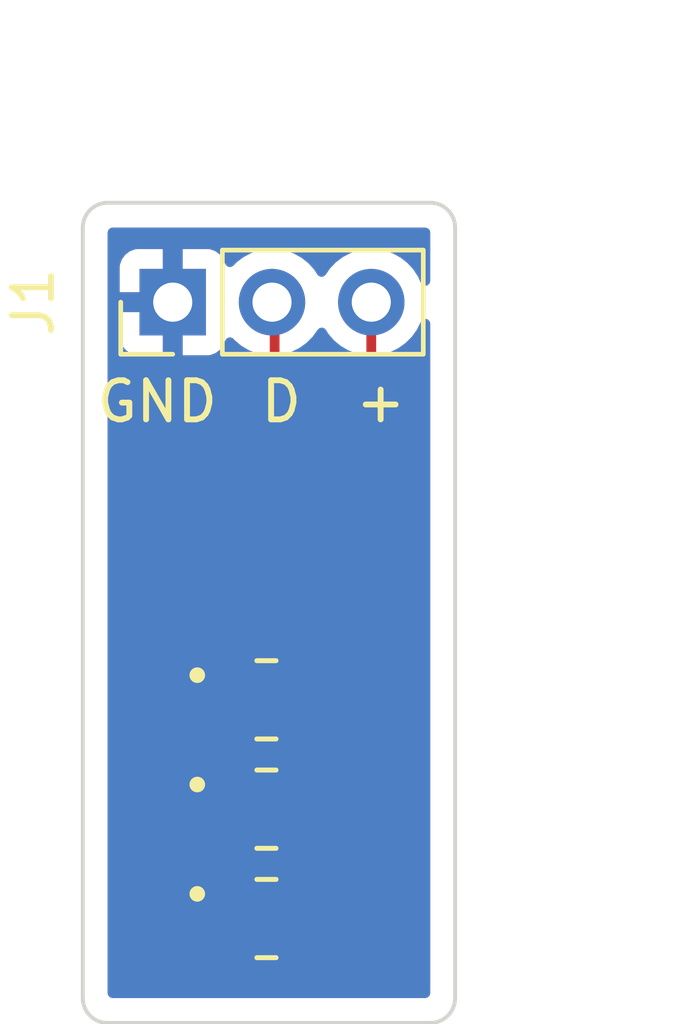
<source format=kicad_pcb>
(kicad_pcb (version 20211014) (generator pcbnew)
  (layers (0 "F.Cu" signal) (31 "B.Cu" signal) (34 "B.Paste" user) (35 "F.Paste" user) (36 "B.SilkS" user "B.Silkscreen") (37 "F.SilkS" user "F.Silkscreen") (38 "B.Mask" user) (39 "F.Mask" user) (44 "Edge.Cuts" user))
  (net 0 "")
  (net 1 "GND")
  (net 2 "Net-(J1-Pad2)")
  (net 3 "Net-(J1-Pad3)")
  (net 5 "Net-(U1-Pad3)")
  (net 6 "Net-(U2-Pad3)")
  (footprint "WS2812B:LED_WS2812B-2020" (layer "F.Cu") (at 147.574 95.25)
    (fp_text reference "U3" hide)
    (fp_text value "WS2812B-B-2020")
    (fp_line (start -0.245 1) (end 0.245 1) (layer "F.SilkS") (width 0.127))
    (fp_line (start -0.245 -1) (end 0.245 -1) (layer "F.SilkS") (width 0.127))
    (fp_circle (center -1.77 -0.63) (end -1.67 -0.63) (layer "F.SilkS") (width 0.2) (fill none))
    (pad "1" smd rect (at -0.915 -0.55) (size 0.7 0.7) (layers "F.Cu" "F.Paste" "F.Mask") (net 6 "Net-(U2-Pad3)"))
    (pad "2" smd rect (at -0.915 0.55) (size 0.7 0.7) (layers "F.Cu" "F.Paste" "F.Mask") (net 1 "GND"))
    (pad "3" smd rect (at 0.915 0.55) (size 0.7 0.7) (layers "F.Cu" "F.Paste" "F.Mask") (net 2 "Net-(J1-Pad2)"))
    (pad "4" smd rect (at 0.915 -0.55) (size 0.7 0.7) (layers "F.Cu" "F.Paste" "F.Mask") (net 3 "Net-(J1-Pad3)"))
  )
  (footprint "WS2812B:LED_WS2812B-2020" (layer "F.Cu") (at 147.574 100.838)
    (fp_text reference "U1" hide)
    (fp_text value "WS2812B-B-2020")
    (fp_line (start -0.245 -1) (end 0.245 -1) (layer "F.SilkS") (width 0.127))
    (fp_line (start -0.245 1) (end 0.245 1) (layer "F.SilkS") (width 0.127))
    (fp_circle (center -1.77 -0.63) (end -1.67 -0.63) (layer "F.SilkS") (width 0.2) (fill none))
    (pad "1" smd rect (at -0.915 -0.55) (size 0.7 0.7) (layers "F.Cu" "F.Paste" "F.Mask"))
    (pad "2" smd rect (at -0.915 0.55) (size 0.7 0.7) (layers "F.Cu" "F.Paste" "F.Mask") (net 1 "GND"))
    (pad "3" smd rect (at 0.915 0.55) (size 0.7 0.7) (layers "F.Cu" "F.Paste" "F.Mask") (net 5 "Net-(U1-Pad3)"))
    (pad "4" smd rect (at 0.915 -0.55) (size 0.7 0.7) (layers "F.Cu" "F.Paste" "F.Mask") (net 3 "Net-(J1-Pad3)"))
  )
  (footprint "Connector_PinHeader_2.54mm:PinHeader_1x03_P2.54mm_Vertical" (layer "F.Cu") (at 145.176 85.09 90)
    (fp_text reference "J1" (at 0 -3.571 90) (layer "F.SilkS"))
    (fp_text value "Conn_01x03_Female")
    (fp_line (start -1.33 1.27) (end -1.33 6.41) (layer "F.SilkS") (width 0.12))
    (fp_line (start -1.33 1.27) (end 1.33 1.27) (layer "F.SilkS") (width 0.12))
    (fp_line (start -1.33 6.41) (end 1.33 6.41) (layer "F.SilkS") (width 0.12))
    (fp_line (start -1.33 0) (end -1.33 -1.33) (layer "F.SilkS") (width 0.12))
    (fp_line (start 1.33 1.27) (end 1.33 6.41) (layer "F.SilkS") (width 0.12))
    (fp_line (start -1.33 -1.33) (end 0 -1.33) (layer "F.SilkS") (width 0.12))
    (pad "1" thru_hole rect (at 0 0 90) (size 1.7 1.7) (drill 1) (layers *.Cu *.Mask) (net 1 "GND"))
    (pad "2" thru_hole oval (at 0 2.54 90) (size 1.7 1.7) (drill 1) (layers *.Cu *.Mask) (net 2 "Net-(J1-Pad2)"))
    (pad "3" thru_hole oval (at 0 5.08 90) (size 1.7 1.7) (drill 1) (layers *.Cu *.Mask) (net 3 "Net-(J1-Pad3)"))
  )
  (footprint "WS2812B:LED_WS2812B-2020" (layer "F.Cu") (at 147.574 98.044)
    (fp_text reference "U2" hide)
    (fp_text value "WS2812B-B-2020")
    (fp_line (start -0.245 -1) (end 0.245 -1) (layer "F.SilkS") (width 0.127))
    (fp_line (start -0.245 1) (end 0.245 1) (layer "F.SilkS") (width 0.127))
    (fp_circle (center -1.77 -0.63) (end -1.67 -0.63) (layer "F.SilkS") (width 0.2) (fill none))
    (pad "1" smd rect (at -0.915 -0.55) (size 0.7 0.7) (layers "F.Cu" "F.Paste" "F.Mask") (net 5 "Net-(U1-Pad3)"))
    (pad "2" smd rect (at -0.915 0.55) (size 0.7 0.7) (layers "F.Cu" "F.Paste" "F.Mask") (net 1 "GND"))
    (pad "3" smd rect (at 0.915 0.55) (size 0.7 0.7) (layers "F.Cu" "F.Paste" "F.Mask") (net 6 "Net-(U2-Pad3)"))
    (pad "4" smd rect (at 0.915 -0.55) (size 0.7 0.7) (layers "F.Cu" "F.Paste" "F.Mask") (net 3 "Net-(J1-Pad3)"))
  )
  (gr_line (start 151.765 103.505) (end 143.51 103.505) (layer "Edge.Cuts") (width 0.1))
  (gr_line (start 143.51 82.55) (end 151.765 82.55) (layer "Edge.Cuts") (width 0.1))
  (gr_line (start 152.4 83.185) (end 152.4 102.87) (layer "Edge.Cuts") (width 0.1))
  (gr_arc (start 151.765 82.55) (mid 152.214013 82.735987) (end 152.4 83.185) (layer "Edge.Cuts") (width 0.1))
  (gr_line (start 142.875 102.87) (end 142.875 83.185) (layer "Edge.Cuts") (width 0.1))
  (gr_arc (start 142.875 83.185) (mid 143.060987 82.735987) (end 143.51 82.55) (layer "Edge.Cuts") (width 0.1))
  (gr_arc (start 143.51 103.505) (mid 143.060987 103.319013) (end 142.875 102.87) (layer "Edge.Cuts") (width 0.1))
  (gr_arc (start 152.4 102.87) (mid 152.214013 103.319013) (end 151.765 103.505) (layer "Edge.Cuts") (width 0.1))
  (gr_text "GND" (at 144.78 87.63) (layer "F.SilkS") (effects (font (size 1 1))))
  (gr_text "+" (at 150.495 87.63) (layer "F.SilkS") (effects (font (size 1 1))))
  (gr_text "D" (at 147.955 87.63) (layer "F.SilkS") (effects (font (size 1 1))))
  (segment (start 147.783031 85.157031) (end 147.783031 95.713031) (width 0.25) (layer "F.Cu") (net 2))
  (segment (start 147.87 95.8) (end 148.489 95.8) (width 0.25) (layer "F.Cu") (net 2))
  (segment (start 147.783031 95.713031) (end 147.87 95.8) (width 0.25) (layer "F.Cu") (net 2))
  (segment (start 147.716 85.09) (end 147.783031 85.157031) (width 0.25) (layer "F.Cu") (net 2))
  (segment (start 149.818 100.288) (end 148.489 100.288) (width 0.25) (layer "F.Cu") (net 3))
  (segment (start 150.256 94.219) (end 150.256 96.759) (width 0.25) (layer "F.Cu") (net 3))
  (segment (start 149.521 97.494) (end 148.489 97.494) (width 0.25) (layer "F.Cu") (net 3))
  (segment (start 150.256 85.09) (end 150.256 94.219) (width 0.25) (layer "F.Cu") (net 3))
  (segment (start 150.256 99.934) (end 149.86 100.33) (width 0.25) (layer "F.Cu") (net 3))
  (segment (start 149.86 100.33) (end 149.818 100.288) (width 0.25) (layer "F.Cu") (net 3))
  (segment (start 150.256 96.759) (end 150.256 99.934) (width 0.25) (layer "F.Cu") (net 3))
  (segment (start 149.775 94.7) (end 148.489 94.7) (width 0.25) (layer "F.Cu") (net 3))
  (segment (start 150.256 94.219) (end 149.775 94.7) (width 0.25) (layer "F.Cu") (net 3))
  (segment (start 150.256 96.759) (end 149.521 97.494) (width 0.25) (layer "F.Cu") (net 3))
  (segment (start 147.333511 100.832511) (end 147.889 101.388) (width 0.25) (layer "F.Cu") (net 5))
  (segment (start 147.889 101.388) (end 148.489 101.388) (width 0.25) (layer "F.Cu") (net 5))
  (segment (start 146.659 97.494) (end 147.259 97.494) (width 0.25) (layer "F.Cu") (net 5))
  (segment (start 147.259 97.494) (end 147.333511 97.568511) (width 0.25) (layer "F.Cu") (net 5))
  (segment (start 147.333511 97.568511) (end 147.333511 100.832511) (width 0.25) (layer "F.Cu") (net 5))
  (segment (start 146.659 94.7) (end 147.259 94.7) (width 0.25) (layer "F.Cu") (net 6))
  (segment (start 147.814489 98.168511) (end 148.239978 98.594) (width 0.25) (layer "F.Cu") (net 6))
  (segment (start 147.333511 96.533511) (end 147.814489 97.014489) (width 0.25) (layer "F.Cu") (net 6))
  (segment (start 147.814489 97.014489) (end 147.814489 98.168511) (width 0.25) (layer "F.Cu") (net 6))
  (segment (start 147.259 94.7) (end 147.333511 94.774511) (width 0.25) (layer "F.Cu") (net 6))
  (segment (start 148.239978 98.594) (end 148.489 98.594) (width 0.25) (layer "F.Cu") (net 6))
  (segment (start 147.333511 94.774511) (end 147.333511 96.533511) (width 0.25) (layer "F.Cu") (net 6))
  (zone (net 1) (net_name "GND") (layers F&B.Cu) (connect_pads (clearance 0.508)) (min_thickness 0.254) (fill yes (thermal_gap 0.508) (thermal_bridge_width 0.508))
    (polygon (pts (xy 151.765 102.87) (xy 143.51 102.87) (xy 143.51 83.185) (xy 151.765 83.185)))
  )
)
</source>
